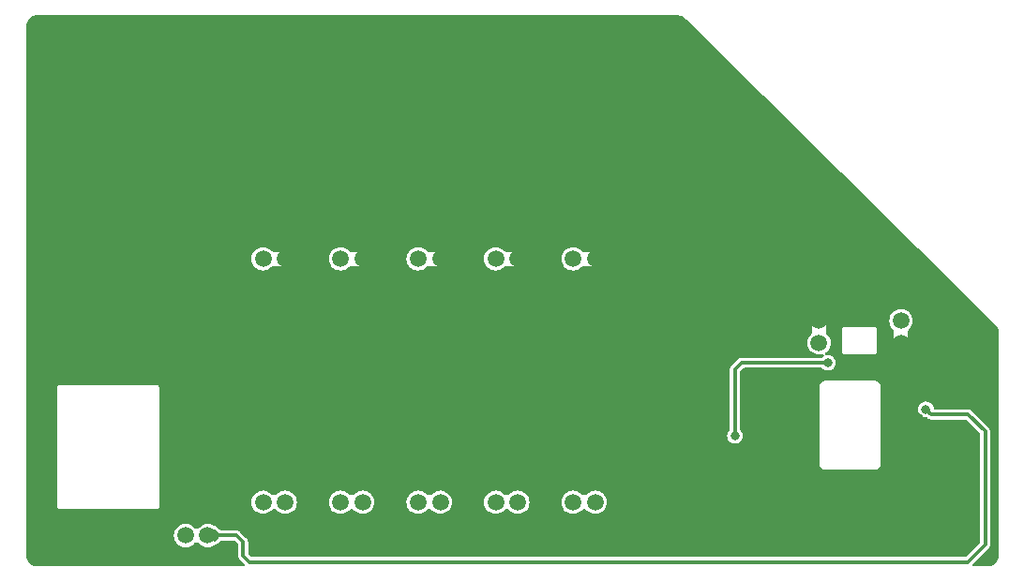
<source format=gbr>
%TF.GenerationSoftware,KiCad,Pcbnew,7.0.1*%
%TF.CreationDate,2023-07-03T20:41:50-04:00*%
%TF.ProjectId,business_card,62757369-6e65-4737-935f-636172642e6b,rev?*%
%TF.SameCoordinates,Original*%
%TF.FileFunction,Copper,L2,Bot*%
%TF.FilePolarity,Positive*%
%FSLAX46Y46*%
G04 Gerber Fmt 4.6, Leading zero omitted, Abs format (unit mm)*
G04 Created by KiCad (PCBNEW 7.0.1) date 2023-07-03 20:41:50*
%MOMM*%
%LPD*%
G01*
G04 APERTURE LIST*
%TA.AperFunction,ComponentPad*%
%ADD10C,1.500000*%
%TD*%
%TA.AperFunction,ViaPad*%
%ADD11C,0.800000*%
%TD*%
%TA.AperFunction,Conductor*%
%ADD12C,0.300000*%
%TD*%
G04 APERTURE END LIST*
D10*
%TO.P,D4,1,K*%
%TO.N,GND*%
X68000000Y-51000000D03*
%TO.P,D4,2,A*%
%TO.N,Net-(D4-A)*%
X66000000Y-51000000D03*
%TD*%
%TO.P,R6,1*%
%TO.N,Net-(BZ1-+)*%
X52000000Y-76000000D03*
%TO.P,R6,2*%
%TO.N,Net-(U1-PB1)*%
X54000000Y-76000000D03*
%TD*%
%TO.P,R4,1*%
%TO.N,Net-(U1-PA1)*%
X68000000Y-73000000D03*
%TO.P,R4,2*%
%TO.N,Net-(D4-A)*%
X66000000Y-73000000D03*
%TD*%
%TO.P,D3,1,K*%
%TO.N,GND*%
X75000000Y-51000000D03*
%TO.P,D3,2,A*%
%TO.N,Net-(D3-A)*%
X73000000Y-51000000D03*
%TD*%
%TO.P,D2,1,K*%
%TO.N,GND*%
X89000000Y-51000000D03*
%TO.P,D2,2,A*%
%TO.N,Net-(D2-A)*%
X87000000Y-51000000D03*
%TD*%
%TO.P,C2,1*%
%TO.N,/3V3_SUPPLY*%
X109200000Y-58600000D03*
%TO.P,C2,2*%
%TO.N,GND*%
X109200000Y-56600000D03*
%TD*%
%TO.P,R3,1*%
%TO.N,Net-(U1-PA2)*%
X75000000Y-73000000D03*
%TO.P,R3,2*%
%TO.N,Net-(D3-A)*%
X73000000Y-73000000D03*
%TD*%
%TO.P,C1,1*%
%TO.N,/5V_USB*%
X116600000Y-56600000D03*
%TO.P,C1,2*%
%TO.N,GND*%
X116600000Y-58600000D03*
%TD*%
%TO.P,D5,1,K*%
%TO.N,GND*%
X61000000Y-51000000D03*
%TO.P,D5,2,A*%
%TO.N,Net-(D5-A)*%
X59000000Y-51000000D03*
%TD*%
%TO.P,R5,1*%
%TO.N,Net-(U1-PA0)*%
X61000000Y-73000000D03*
%TO.P,R5,2*%
%TO.N,Net-(D5-A)*%
X59000000Y-73000000D03*
%TD*%
%TO.P,R2,1*%
%TO.N,Net-(U1-PA4)*%
X89000000Y-73000000D03*
%TO.P,R2,2*%
%TO.N,Net-(D2-A)*%
X87000000Y-73000000D03*
%TD*%
%TO.P,D1,1,K*%
%TO.N,GND*%
X82000000Y-51000000D03*
%TO.P,D1,2,A*%
%TO.N,Net-(D1-A)*%
X80000000Y-51000000D03*
%TD*%
%TO.P,R1,1*%
%TO.N,Net-(U1-PA3)*%
X82000000Y-73000000D03*
%TO.P,R1,2*%
%TO.N,Net-(D1-A)*%
X80000000Y-73000000D03*
%TD*%
D11*
%TO.N,GND*%
X112800000Y-54600000D03*
X96200000Y-30800000D03*
X39000000Y-77200000D03*
X38800000Y-30600000D03*
X116600000Y-60400000D03*
X123400000Y-56400000D03*
X116800000Y-50400000D03*
X121200000Y-75800000D03*
X118188385Y-65414285D03*
X40000000Y-30600000D03*
X124000000Y-57400000D03*
X111000000Y-48200000D03*
X95600000Y-29800000D03*
X116200000Y-49400000D03*
X122800000Y-57400000D03*
X40200000Y-77200000D03*
X120600000Y-76800000D03*
X39400000Y-29600000D03*
X115600000Y-50400000D03*
X95000000Y-30800000D03*
X118000000Y-60400000D03*
X39600000Y-76200000D03*
X121800000Y-76800000D03*
%TO.N,/3V3_SUPPLY*%
X101600000Y-67000000D03*
X110000000Y-60400000D03*
%TO.N,Net-(U1-PB1)*%
X118850500Y-64600000D03*
%TD*%
D12*
%TO.N,/3V3_SUPPLY*%
X101600000Y-61000000D02*
X101600000Y-67000000D01*
X110000000Y-60400000D02*
X102200000Y-60400000D01*
X102200000Y-60400000D02*
X101600000Y-61000000D01*
%TO.N,Net-(U1-PB1)*%
X118850500Y-64600000D02*
X119315500Y-65065000D01*
X54800000Y-76200000D02*
X54600000Y-76400000D01*
X57800000Y-78400000D02*
X57200000Y-77800000D01*
X57200000Y-77800000D02*
X57200000Y-76600000D01*
X122665000Y-65065000D02*
X124200000Y-66600000D01*
X119315500Y-65065000D02*
X122665000Y-65065000D01*
X54800000Y-76000000D02*
X54800000Y-76200000D01*
X124200000Y-66600000D02*
X124200000Y-76800000D01*
X54800000Y-76000000D02*
X54800000Y-75800000D01*
X54800000Y-75800000D02*
X54600000Y-75600000D01*
X56600000Y-76000000D02*
X54800000Y-76000000D01*
X57200000Y-76600000D02*
X56600000Y-76000000D01*
X124200000Y-76800000D02*
X122600000Y-78400000D01*
X54800000Y-76000000D02*
X54150000Y-76000000D01*
X122600000Y-78400000D02*
X57800000Y-78400000D01*
%TD*%
%TA.AperFunction,Conductor*%
%TO.N,GND*%
G36*
X96395909Y-29000586D02*
G01*
X96418772Y-29002817D01*
X96571231Y-29017698D01*
X96594857Y-29022354D01*
X96757753Y-29071299D01*
X96780023Y-29080432D01*
X96930380Y-29159951D01*
X96950477Y-29173226D01*
X97087320Y-29284126D01*
X97096309Y-29292165D01*
X125097735Y-56901963D01*
X125106039Y-56911006D01*
X125220647Y-57048913D01*
X125234381Y-57069234D01*
X125316669Y-57221569D01*
X125326134Y-57244194D01*
X125376831Y-57409746D01*
X125381658Y-57433791D01*
X125399392Y-57612227D01*
X125400000Y-57624490D01*
X125400000Y-77793907D01*
X125399403Y-77806061D01*
X125381982Y-77982934D01*
X125377240Y-78006775D01*
X125327424Y-78170998D01*
X125318121Y-78193456D01*
X125237227Y-78344798D01*
X125223722Y-78365010D01*
X125114854Y-78497666D01*
X125097666Y-78514854D01*
X124965010Y-78623722D01*
X124944798Y-78637227D01*
X124793456Y-78718121D01*
X124770998Y-78727424D01*
X124606775Y-78777240D01*
X124582934Y-78781982D01*
X124406061Y-78799403D01*
X124393907Y-78800000D01*
X123136465Y-78800000D01*
X123080170Y-78786485D01*
X123036147Y-78748885D01*
X123013992Y-78695398D01*
X123018534Y-78637682D01*
X123048784Y-78588319D01*
X123292305Y-78344798D01*
X124495744Y-77141357D01*
X124506093Y-77132109D01*
X124533970Y-77109879D01*
X124566191Y-77062618D01*
X124568859Y-77058859D01*
X124571278Y-77055582D01*
X124602793Y-77012882D01*
X124602794Y-77012877D01*
X124606381Y-77008018D01*
X124608692Y-77003441D01*
X124610470Y-76997675D01*
X124610472Y-76997673D01*
X124627330Y-76943014D01*
X124628775Y-76938626D01*
X124647646Y-76884699D01*
X124647646Y-76884695D01*
X124649637Y-76879006D01*
X124650500Y-76873932D01*
X124650500Y-76810754D01*
X124650587Y-76806116D01*
X124652067Y-76766566D01*
X124652725Y-76748990D01*
X124652724Y-76748989D01*
X124652950Y-76742973D01*
X124650500Y-76724362D01*
X124650500Y-66632262D01*
X124651280Y-66618378D01*
X124655270Y-66582965D01*
X124645640Y-66532069D01*
X124644635Y-66526761D01*
X124643864Y-66522217D01*
X124634450Y-66459752D01*
X124632839Y-66454856D01*
X124603303Y-66398972D01*
X124601212Y-66394830D01*
X124573814Y-66337936D01*
X124570818Y-66333714D01*
X124526152Y-66289048D01*
X124522934Y-66285708D01*
X124479958Y-66239391D01*
X124465070Y-66227966D01*
X123006368Y-64769265D01*
X122997102Y-64758897D01*
X122974879Y-64731030D01*
X122927608Y-64698800D01*
X122923870Y-64696148D01*
X122873035Y-64658629D01*
X122868424Y-64656302D01*
X122808049Y-64637679D01*
X122803644Y-64636230D01*
X122744023Y-64615368D01*
X122738914Y-64614500D01*
X122732902Y-64614500D01*
X122675738Y-64614500D01*
X122671101Y-64614413D01*
X122607970Y-64612050D01*
X122589365Y-64614500D01*
X119667760Y-64614500D01*
X119610134Y-64600297D01*
X119565710Y-64560940D01*
X119544664Y-64505447D01*
X119535640Y-64431128D01*
X119475318Y-64272070D01*
X119378683Y-64132071D01*
X119251352Y-64019266D01*
X119237088Y-64011780D01*
X119100724Y-63940209D01*
X118976265Y-63909533D01*
X118935556Y-63899500D01*
X118765444Y-63899500D01*
X118732784Y-63907549D01*
X118600275Y-63940209D01*
X118449649Y-64019265D01*
X118322315Y-64132072D01*
X118225682Y-64272069D01*
X118165360Y-64431127D01*
X118144854Y-64599999D01*
X118165360Y-64768872D01*
X118225682Y-64927930D01*
X118322315Y-65067927D01*
X118322316Y-65067928D01*
X118322317Y-65067929D01*
X118449648Y-65180734D01*
X118600275Y-65259790D01*
X118765444Y-65300500D01*
X118862535Y-65300500D01*
X118909988Y-65309939D01*
X118950216Y-65336819D01*
X118974130Y-65360733D01*
X118983396Y-65371101D01*
X119005620Y-65398969D01*
X119052864Y-65431180D01*
X119056645Y-65433863D01*
X119107473Y-65471376D01*
X119112064Y-65473694D01*
X119117825Y-65475471D01*
X119117827Y-65475472D01*
X119172483Y-65492330D01*
X119176842Y-65493765D01*
X119230800Y-65512646D01*
X119230803Y-65512646D01*
X119236491Y-65514636D01*
X119241571Y-65515500D01*
X119247598Y-65515500D01*
X119304761Y-65515500D01*
X119309398Y-65515587D01*
X119366510Y-65517724D01*
X119366510Y-65517723D01*
X119372529Y-65517949D01*
X119391135Y-65515500D01*
X122427034Y-65515500D01*
X122474487Y-65524939D01*
X122514715Y-65551819D01*
X123713181Y-66750284D01*
X123740061Y-66790512D01*
X123749500Y-66837965D01*
X123749500Y-76562035D01*
X123740061Y-76609488D01*
X123713181Y-76649716D01*
X122449716Y-77913181D01*
X122409488Y-77940061D01*
X122362035Y-77949500D01*
X58037965Y-77949500D01*
X57990512Y-77940061D01*
X57950284Y-77913181D01*
X57686819Y-77649716D01*
X57659939Y-77609488D01*
X57650500Y-77562035D01*
X57650500Y-76632262D01*
X57651280Y-76618378D01*
X57655270Y-76582966D01*
X57655270Y-76582965D01*
X57644635Y-76526761D01*
X57643864Y-76522220D01*
X57634448Y-76459744D01*
X57632842Y-76454861D01*
X57605936Y-76403956D01*
X57603296Y-76398961D01*
X57601241Y-76394892D01*
X57576425Y-76343358D01*
X57576423Y-76343356D01*
X57573807Y-76337923D01*
X57570827Y-76333723D01*
X57526165Y-76289062D01*
X57522946Y-76285721D01*
X57479958Y-76239391D01*
X57465067Y-76227964D01*
X56941368Y-75704265D01*
X56932102Y-75693897D01*
X56919182Y-75677696D01*
X56909879Y-75666030D01*
X56862608Y-75633800D01*
X56858870Y-75631148D01*
X56808035Y-75593629D01*
X56803424Y-75591302D01*
X56743049Y-75572679D01*
X56738644Y-75571230D01*
X56679023Y-75550368D01*
X56673914Y-75549500D01*
X56667902Y-75549500D01*
X56610738Y-75549500D01*
X56606101Y-75549413D01*
X56542970Y-75547050D01*
X56524365Y-75549500D01*
X55237965Y-75549500D01*
X55190512Y-75540061D01*
X55150284Y-75513181D01*
X55126164Y-75489061D01*
X55122946Y-75485721D01*
X55079958Y-75439391D01*
X55065067Y-75427964D01*
X54894679Y-75257576D01*
X54812882Y-75197207D01*
X54812881Y-75197206D01*
X54684699Y-75152354D01*
X54661847Y-75151498D01*
X54622533Y-75143535D01*
X54587818Y-75123437D01*
X54586449Y-75122314D01*
X54403956Y-75024769D01*
X54403955Y-75024768D01*
X54403954Y-75024768D01*
X54304943Y-74994733D01*
X54205932Y-74964699D01*
X54000000Y-74944417D01*
X53794067Y-74964699D01*
X53596043Y-75024769D01*
X53413551Y-75122314D01*
X53253589Y-75253590D01*
X53203877Y-75314165D01*
X53161041Y-75347595D01*
X53108024Y-75359500D01*
X52891976Y-75359500D01*
X52838959Y-75347595D01*
X52796123Y-75314165D01*
X52746410Y-75253590D01*
X52746409Y-75253589D01*
X52586450Y-75122315D01*
X52403954Y-75024768D01*
X52304943Y-74994733D01*
X52205932Y-74964699D01*
X52000000Y-74944417D01*
X51794067Y-74964699D01*
X51596043Y-75024769D01*
X51413551Y-75122314D01*
X51253589Y-75253589D01*
X51122314Y-75413551D01*
X51024769Y-75596043D01*
X50964699Y-75794067D01*
X50944417Y-76000000D01*
X50964699Y-76205932D01*
X50974849Y-76239391D01*
X51024768Y-76403954D01*
X51122315Y-76586450D01*
X51154199Y-76625301D01*
X51253589Y-76746410D01*
X51326342Y-76806116D01*
X51413550Y-76877685D01*
X51596046Y-76975232D01*
X51794066Y-77035300D01*
X52000000Y-77055583D01*
X52205934Y-77035300D01*
X52403954Y-76975232D01*
X52586450Y-76877685D01*
X52746410Y-76746410D01*
X52804328Y-76675835D01*
X52847165Y-76642405D01*
X52900182Y-76630500D01*
X53099818Y-76630500D01*
X53152835Y-76642405D01*
X53195671Y-76675835D01*
X53253590Y-76746410D01*
X53413550Y-76877685D01*
X53596046Y-76975232D01*
X53794066Y-77035300D01*
X54000000Y-77055583D01*
X54205934Y-77035300D01*
X54403954Y-76975232D01*
X54586450Y-76877685D01*
X54588289Y-76876175D01*
X54596125Y-76872513D01*
X54597223Y-76871927D01*
X54597254Y-76871986D01*
X54643907Y-76850186D01*
X54708496Y-76837965D01*
X54750472Y-76830023D01*
X54870538Y-76766566D01*
X55095748Y-76541353D01*
X55106098Y-76532105D01*
X55133970Y-76509879D01*
X55137535Y-76504649D01*
X55182048Y-76464870D01*
X55239990Y-76450500D01*
X56362034Y-76450500D01*
X56409487Y-76459939D01*
X56449715Y-76486819D01*
X56713181Y-76750284D01*
X56740061Y-76790512D01*
X56749500Y-76837965D01*
X56749500Y-77767738D01*
X56748720Y-77781622D01*
X56744729Y-77817034D01*
X56755356Y-77873194D01*
X56756133Y-77877766D01*
X56765550Y-77940248D01*
X56767163Y-77945148D01*
X56796687Y-78001010D01*
X56798777Y-78005150D01*
X56826184Y-78062060D01*
X56829183Y-78066287D01*
X56873846Y-78110950D01*
X56877063Y-78114289D01*
X56920043Y-78160611D01*
X56934930Y-78172034D01*
X57351216Y-78588319D01*
X57381466Y-78637682D01*
X57386008Y-78695398D01*
X57363853Y-78748885D01*
X57319830Y-78786485D01*
X57263535Y-78800000D01*
X38606093Y-78800000D01*
X38593939Y-78799403D01*
X38417065Y-78781982D01*
X38393224Y-78777240D01*
X38229001Y-78727424D01*
X38206543Y-78718121D01*
X38055201Y-78637227D01*
X38034989Y-78623722D01*
X37902333Y-78514854D01*
X37885145Y-78497666D01*
X37776277Y-78365010D01*
X37762772Y-78344798D01*
X37681878Y-78193456D01*
X37672575Y-78170998D01*
X37622757Y-78006769D01*
X37618018Y-77982941D01*
X37600597Y-77806061D01*
X37600000Y-77793907D01*
X37600000Y-73431755D01*
X40399500Y-73431755D01*
X40419126Y-73492159D01*
X40419127Y-73492160D01*
X40456458Y-73543542D01*
X40507840Y-73580873D01*
X40568244Y-73600500D01*
X40599901Y-73600500D01*
X40600000Y-73600500D01*
X40600500Y-73600500D01*
X49399500Y-73600500D01*
X49400099Y-73600500D01*
X49431755Y-73600500D01*
X49431756Y-73600500D01*
X49492160Y-73580873D01*
X49543542Y-73543542D01*
X49580873Y-73492160D01*
X49600500Y-73431756D01*
X49600500Y-73400000D01*
X49600500Y-73399500D01*
X49600500Y-73000000D01*
X57944417Y-73000000D01*
X57964699Y-73205932D01*
X57964700Y-73205934D01*
X58024768Y-73403954D01*
X58122315Y-73586450D01*
X58173609Y-73648952D01*
X58253589Y-73746410D01*
X58333570Y-73812047D01*
X58413550Y-73877685D01*
X58596046Y-73975232D01*
X58794066Y-74035300D01*
X59000000Y-74055583D01*
X59205934Y-74035300D01*
X59403954Y-73975232D01*
X59586450Y-73877685D01*
X59746410Y-73746410D01*
X59796121Y-73685835D01*
X59838959Y-73652405D01*
X59891976Y-73640500D01*
X60108024Y-73640500D01*
X60161041Y-73652405D01*
X60203878Y-73685835D01*
X60253590Y-73746410D01*
X60413550Y-73877685D01*
X60596046Y-73975232D01*
X60794066Y-74035300D01*
X61000000Y-74055583D01*
X61205934Y-74035300D01*
X61403954Y-73975232D01*
X61586450Y-73877685D01*
X61746410Y-73746410D01*
X61877685Y-73586450D01*
X61975232Y-73403954D01*
X62035300Y-73205934D01*
X62055583Y-73000000D01*
X62055583Y-72999999D01*
X64944417Y-72999999D01*
X64964699Y-73205932D01*
X64964700Y-73205934D01*
X65024768Y-73403954D01*
X65122315Y-73586450D01*
X65173609Y-73648952D01*
X65253589Y-73746410D01*
X65333570Y-73812047D01*
X65413550Y-73877685D01*
X65596046Y-73975232D01*
X65794066Y-74035300D01*
X66000000Y-74055583D01*
X66205934Y-74035300D01*
X66403954Y-73975232D01*
X66586450Y-73877685D01*
X66746410Y-73746410D01*
X66796121Y-73685835D01*
X66838959Y-73652405D01*
X66891976Y-73640500D01*
X67108024Y-73640500D01*
X67161041Y-73652405D01*
X67203878Y-73685835D01*
X67253590Y-73746410D01*
X67413550Y-73877685D01*
X67596046Y-73975232D01*
X67794066Y-74035300D01*
X68000000Y-74055583D01*
X68205934Y-74035300D01*
X68403954Y-73975232D01*
X68586450Y-73877685D01*
X68746410Y-73746410D01*
X68877685Y-73586450D01*
X68975232Y-73403954D01*
X69035300Y-73205934D01*
X69055583Y-73000000D01*
X69055583Y-72999999D01*
X71944417Y-72999999D01*
X71964699Y-73205932D01*
X71964700Y-73205934D01*
X72024768Y-73403954D01*
X72122315Y-73586450D01*
X72173609Y-73648952D01*
X72253589Y-73746410D01*
X72333570Y-73812047D01*
X72413550Y-73877685D01*
X72596046Y-73975232D01*
X72794066Y-74035300D01*
X73000000Y-74055583D01*
X73205934Y-74035300D01*
X73403954Y-73975232D01*
X73586450Y-73877685D01*
X73746410Y-73746410D01*
X73796121Y-73685835D01*
X73838959Y-73652405D01*
X73891976Y-73640500D01*
X74108024Y-73640500D01*
X74161041Y-73652405D01*
X74203878Y-73685835D01*
X74253590Y-73746410D01*
X74413550Y-73877685D01*
X74596046Y-73975232D01*
X74794066Y-74035300D01*
X75000000Y-74055583D01*
X75205934Y-74035300D01*
X75403954Y-73975232D01*
X75586450Y-73877685D01*
X75746410Y-73746410D01*
X75877685Y-73586450D01*
X75975232Y-73403954D01*
X76035300Y-73205934D01*
X76055583Y-73000000D01*
X76055583Y-72999999D01*
X78944417Y-72999999D01*
X78964699Y-73205932D01*
X78964700Y-73205934D01*
X79024768Y-73403954D01*
X79122315Y-73586450D01*
X79173609Y-73648952D01*
X79253589Y-73746410D01*
X79333570Y-73812047D01*
X79413550Y-73877685D01*
X79596046Y-73975232D01*
X79794066Y-74035300D01*
X80000000Y-74055583D01*
X80205934Y-74035300D01*
X80403954Y-73975232D01*
X80586450Y-73877685D01*
X80746410Y-73746410D01*
X80796121Y-73685835D01*
X80838959Y-73652405D01*
X80891976Y-73640500D01*
X81108024Y-73640500D01*
X81161041Y-73652405D01*
X81203878Y-73685835D01*
X81253590Y-73746410D01*
X81413550Y-73877685D01*
X81596046Y-73975232D01*
X81794066Y-74035300D01*
X82000000Y-74055583D01*
X82205934Y-74035300D01*
X82403954Y-73975232D01*
X82586450Y-73877685D01*
X82746410Y-73746410D01*
X82877685Y-73586450D01*
X82975232Y-73403954D01*
X83035300Y-73205934D01*
X83055583Y-73000000D01*
X83055583Y-72999999D01*
X85944417Y-72999999D01*
X85964699Y-73205932D01*
X85964700Y-73205934D01*
X86024768Y-73403954D01*
X86122315Y-73586450D01*
X86173609Y-73648952D01*
X86253589Y-73746410D01*
X86333570Y-73812047D01*
X86413550Y-73877685D01*
X86596046Y-73975232D01*
X86794066Y-74035300D01*
X87000000Y-74055583D01*
X87205934Y-74035300D01*
X87403954Y-73975232D01*
X87586450Y-73877685D01*
X87746410Y-73746410D01*
X87796121Y-73685835D01*
X87838959Y-73652405D01*
X87891976Y-73640500D01*
X88108024Y-73640500D01*
X88161041Y-73652405D01*
X88203878Y-73685835D01*
X88253590Y-73746410D01*
X88413550Y-73877685D01*
X88596046Y-73975232D01*
X88794066Y-74035300D01*
X89000000Y-74055583D01*
X89205934Y-74035300D01*
X89403954Y-73975232D01*
X89586450Y-73877685D01*
X89746410Y-73746410D01*
X89877685Y-73586450D01*
X89975232Y-73403954D01*
X90035300Y-73205934D01*
X90055583Y-73000000D01*
X90035300Y-72794066D01*
X89975232Y-72596046D01*
X89877685Y-72413550D01*
X89804328Y-72324164D01*
X89746410Y-72253589D01*
X89648952Y-72173608D01*
X89586450Y-72122315D01*
X89403954Y-72024768D01*
X89304944Y-71994734D01*
X89205932Y-71964699D01*
X89000000Y-71944417D01*
X88794067Y-71964699D01*
X88596043Y-72024769D01*
X88413551Y-72122314D01*
X88253589Y-72253590D01*
X88195672Y-72324164D01*
X88152835Y-72357595D01*
X88099818Y-72369500D01*
X87900182Y-72369500D01*
X87847165Y-72357595D01*
X87804328Y-72324164D01*
X87746410Y-72253590D01*
X87746409Y-72253589D01*
X87586450Y-72122315D01*
X87403954Y-72024768D01*
X87304944Y-71994734D01*
X87205932Y-71964699D01*
X87000000Y-71944417D01*
X86794067Y-71964699D01*
X86596043Y-72024769D01*
X86413551Y-72122314D01*
X86253589Y-72253589D01*
X86122314Y-72413551D01*
X86024769Y-72596043D01*
X85964699Y-72794067D01*
X85944417Y-72999999D01*
X83055583Y-72999999D01*
X83035300Y-72794066D01*
X82975232Y-72596046D01*
X82877685Y-72413550D01*
X82804328Y-72324164D01*
X82746410Y-72253589D01*
X82648952Y-72173608D01*
X82586450Y-72122315D01*
X82403954Y-72024768D01*
X82304944Y-71994734D01*
X82205932Y-71964699D01*
X82000000Y-71944417D01*
X81794067Y-71964699D01*
X81596043Y-72024769D01*
X81413551Y-72122314D01*
X81253589Y-72253590D01*
X81195672Y-72324164D01*
X81152835Y-72357595D01*
X81099818Y-72369500D01*
X80900182Y-72369500D01*
X80847165Y-72357595D01*
X80804328Y-72324164D01*
X80746410Y-72253590D01*
X80746409Y-72253589D01*
X80586450Y-72122315D01*
X80403954Y-72024768D01*
X80304944Y-71994734D01*
X80205932Y-71964699D01*
X80000000Y-71944417D01*
X79794067Y-71964699D01*
X79596043Y-72024769D01*
X79413551Y-72122314D01*
X79253589Y-72253589D01*
X79122314Y-72413551D01*
X79024769Y-72596043D01*
X78964699Y-72794067D01*
X78944417Y-72999999D01*
X76055583Y-72999999D01*
X76035300Y-72794066D01*
X75975232Y-72596046D01*
X75877685Y-72413550D01*
X75804328Y-72324164D01*
X75746410Y-72253589D01*
X75648952Y-72173608D01*
X75586450Y-72122315D01*
X75403954Y-72024768D01*
X75304944Y-71994734D01*
X75205932Y-71964699D01*
X75000000Y-71944417D01*
X74794067Y-71964699D01*
X74596043Y-72024769D01*
X74413551Y-72122314D01*
X74253589Y-72253590D01*
X74195672Y-72324164D01*
X74152835Y-72357595D01*
X74099818Y-72369500D01*
X73900182Y-72369500D01*
X73847165Y-72357595D01*
X73804328Y-72324164D01*
X73746410Y-72253590D01*
X73746409Y-72253589D01*
X73586450Y-72122315D01*
X73403954Y-72024768D01*
X73304944Y-71994734D01*
X73205932Y-71964699D01*
X73000000Y-71944417D01*
X72794067Y-71964699D01*
X72596043Y-72024769D01*
X72413551Y-72122314D01*
X72253589Y-72253589D01*
X72122314Y-72413551D01*
X72024769Y-72596043D01*
X71964699Y-72794067D01*
X71944417Y-72999999D01*
X69055583Y-72999999D01*
X69035300Y-72794066D01*
X68975232Y-72596046D01*
X68877685Y-72413550D01*
X68804328Y-72324164D01*
X68746410Y-72253589D01*
X68648952Y-72173608D01*
X68586450Y-72122315D01*
X68403954Y-72024768D01*
X68304944Y-71994734D01*
X68205932Y-71964699D01*
X68000000Y-71944417D01*
X67794067Y-71964699D01*
X67596043Y-72024769D01*
X67413551Y-72122314D01*
X67253589Y-72253590D01*
X67195672Y-72324164D01*
X67152835Y-72357595D01*
X67099818Y-72369500D01*
X66900182Y-72369500D01*
X66847165Y-72357595D01*
X66804328Y-72324164D01*
X66746410Y-72253590D01*
X66746409Y-72253589D01*
X66586450Y-72122315D01*
X66403954Y-72024768D01*
X66304944Y-71994734D01*
X66205932Y-71964699D01*
X66000000Y-71944417D01*
X65794067Y-71964699D01*
X65596043Y-72024769D01*
X65413551Y-72122314D01*
X65253589Y-72253589D01*
X65122314Y-72413551D01*
X65024769Y-72596043D01*
X64964699Y-72794067D01*
X64944417Y-72999999D01*
X62055583Y-72999999D01*
X62035300Y-72794066D01*
X61975232Y-72596046D01*
X61877685Y-72413550D01*
X61804328Y-72324164D01*
X61746410Y-72253589D01*
X61648952Y-72173608D01*
X61586450Y-72122315D01*
X61403954Y-72024768D01*
X61304944Y-71994734D01*
X61205932Y-71964699D01*
X61000000Y-71944417D01*
X60794067Y-71964699D01*
X60596043Y-72024769D01*
X60413551Y-72122314D01*
X60253589Y-72253590D01*
X60195672Y-72324164D01*
X60152835Y-72357595D01*
X60099818Y-72369500D01*
X59900182Y-72369500D01*
X59847165Y-72357595D01*
X59804328Y-72324164D01*
X59746410Y-72253590D01*
X59746409Y-72253589D01*
X59586450Y-72122315D01*
X59403954Y-72024768D01*
X59304944Y-71994734D01*
X59205932Y-71964699D01*
X59000000Y-71944417D01*
X58794067Y-71964699D01*
X58596043Y-72024769D01*
X58413551Y-72122314D01*
X58253589Y-72253589D01*
X58122314Y-72413551D01*
X58024769Y-72596043D01*
X57964699Y-72794067D01*
X57944417Y-73000000D01*
X49600500Y-73000000D01*
X49600500Y-69596394D01*
X109249500Y-69596394D01*
X109274596Y-69706350D01*
X109323532Y-69807967D01*
X109358196Y-69851433D01*
X109393854Y-69896146D01*
X109436964Y-69930525D01*
X109482032Y-69966467D01*
X109583649Y-70015403D01*
X109693606Y-70040500D01*
X109693607Y-70040500D01*
X109749901Y-70040500D01*
X109750000Y-70040500D01*
X109750500Y-70040500D01*
X114249500Y-70040500D01*
X114250099Y-70040500D01*
X114306393Y-70040500D01*
X114306394Y-70040500D01*
X114343045Y-70032134D01*
X114416351Y-70015403D01*
X114517661Y-69966614D01*
X114517833Y-69966573D01*
X114517964Y-69966468D01*
X114517967Y-69966467D01*
X114606146Y-69896146D01*
X114606150Y-69896140D01*
X114607879Y-69894762D01*
X114608233Y-69894233D01*
X114614390Y-69885808D01*
X114676467Y-69807967D01*
X114725403Y-69706351D01*
X114750500Y-69596393D01*
X114750500Y-69540000D01*
X114750500Y-69539500D01*
X114750500Y-62539901D01*
X114750500Y-62483607D01*
X114750301Y-62482737D01*
X114725403Y-62373649D01*
X114676467Y-62272032D01*
X114641804Y-62228567D01*
X114606146Y-62183854D01*
X114567023Y-62152654D01*
X114517967Y-62113532D01*
X114416350Y-62064596D01*
X114306394Y-62039500D01*
X114306393Y-62039500D01*
X114250099Y-62039500D01*
X109750500Y-62039500D01*
X109750000Y-62039500D01*
X109693607Y-62039500D01*
X109693606Y-62039500D01*
X109583649Y-62064596D01*
X109482032Y-62113532D01*
X109393854Y-62183854D01*
X109323532Y-62272032D01*
X109274596Y-62373649D01*
X109249500Y-62483606D01*
X109249500Y-69596394D01*
X49600500Y-69596394D01*
X49600500Y-66999999D01*
X100894354Y-66999999D01*
X100914860Y-67168872D01*
X100975182Y-67327930D01*
X101071815Y-67467927D01*
X101071816Y-67467928D01*
X101071817Y-67467929D01*
X101199148Y-67580734D01*
X101349775Y-67659790D01*
X101514944Y-67700500D01*
X101685055Y-67700500D01*
X101685056Y-67700500D01*
X101850225Y-67659790D01*
X102000852Y-67580734D01*
X102128183Y-67467929D01*
X102224818Y-67327930D01*
X102285140Y-67168872D01*
X102305645Y-67000000D01*
X102285140Y-66831128D01*
X102224818Y-66672070D01*
X102128183Y-66532071D01*
X102128182Y-66532069D01*
X102092273Y-66500257D01*
X102061424Y-66458333D01*
X102050500Y-66407442D01*
X102050500Y-61237966D01*
X102059939Y-61190513D01*
X102086819Y-61150285D01*
X102350284Y-60886819D01*
X102390512Y-60859939D01*
X102437965Y-60850500D01*
X109405116Y-60850500D01*
X109449086Y-60858558D01*
X109487342Y-60881684D01*
X109537467Y-60926090D01*
X109599148Y-60980734D01*
X109749775Y-61059790D01*
X109914944Y-61100500D01*
X110085055Y-61100500D01*
X110085056Y-61100500D01*
X110250225Y-61059790D01*
X110400852Y-60980734D01*
X110528183Y-60867929D01*
X110624818Y-60727930D01*
X110685140Y-60568872D01*
X110705645Y-60400000D01*
X110685140Y-60231128D01*
X110624818Y-60072070D01*
X110553245Y-59968379D01*
X110528184Y-59932072D01*
X110409025Y-59826507D01*
X110400852Y-59819266D01*
X110308433Y-59770760D01*
X110250224Y-59740209D01*
X110104855Y-59704380D01*
X110085056Y-59699500D01*
X109914944Y-59699500D01*
X109914943Y-59699500D01*
X109867602Y-59711168D01*
X109808403Y-59711205D01*
X109755933Y-59683792D01*
X109722152Y-59635178D01*
X109714759Y-59576442D01*
X109735438Y-59520973D01*
X109779477Y-59481412D01*
X109786450Y-59477685D01*
X109842416Y-59431755D01*
X111249500Y-59431755D01*
X111269126Y-59492159D01*
X111269127Y-59492160D01*
X111306458Y-59543542D01*
X111357840Y-59580873D01*
X111418244Y-59600500D01*
X111449901Y-59600500D01*
X111450000Y-59600500D01*
X111450500Y-59600500D01*
X114249500Y-59600500D01*
X114250099Y-59600500D01*
X114281755Y-59600500D01*
X114281756Y-59600500D01*
X114342160Y-59580873D01*
X114393542Y-59543542D01*
X114430873Y-59492160D01*
X114450500Y-59431756D01*
X114450500Y-59400000D01*
X114450500Y-59399500D01*
X114450500Y-57399901D01*
X114450500Y-57368244D01*
X114430873Y-57307840D01*
X114393542Y-57256458D01*
X114342160Y-57219127D01*
X114342159Y-57219126D01*
X114301382Y-57205877D01*
X114281756Y-57199500D01*
X114250099Y-57199500D01*
X111450500Y-57199500D01*
X111450000Y-57199500D01*
X111418244Y-57199500D01*
X111403431Y-57204313D01*
X111357840Y-57219126D01*
X111306458Y-57256458D01*
X111269126Y-57307840D01*
X111249500Y-57368245D01*
X111249500Y-59431755D01*
X109842416Y-59431755D01*
X109946410Y-59346410D01*
X110077685Y-59186450D01*
X110175232Y-59003954D01*
X110235300Y-58805934D01*
X110255583Y-58600000D01*
X110235300Y-58394066D01*
X110175232Y-58196046D01*
X110077685Y-58013550D01*
X109946410Y-57853590D01*
X109875835Y-57795671D01*
X109842405Y-57752835D01*
X109830500Y-57699818D01*
X109830500Y-56624760D01*
X109830528Y-56624616D01*
X109830524Y-56624616D01*
X109830539Y-56600002D01*
X109830541Y-56600000D01*
X115544417Y-56600000D01*
X115564699Y-56805932D01*
X115564700Y-56805934D01*
X115624768Y-57003954D01*
X115722315Y-57186450D01*
X115853590Y-57346410D01*
X115919499Y-57400500D01*
X115924164Y-57404328D01*
X115957595Y-57447165D01*
X115969500Y-57500182D01*
X115969500Y-58575240D01*
X115969459Y-58575446D01*
X115969459Y-58600000D01*
X115969500Y-58600099D01*
X115969616Y-58600382D01*
X115969617Y-58600383D01*
X115969618Y-58600384D01*
X115969808Y-58600462D01*
X115970000Y-58600541D01*
X115970002Y-58600539D01*
X115994616Y-58600524D01*
X115994616Y-58600528D01*
X115994760Y-58600500D01*
X117215240Y-58600500D01*
X117215383Y-58600528D01*
X117215384Y-58600524D01*
X117239997Y-58600539D01*
X117240000Y-58600541D01*
X117240383Y-58600383D01*
X117240500Y-58600099D01*
X117240541Y-58600000D01*
X117240541Y-58575446D01*
X117240500Y-58575240D01*
X117240500Y-57491976D01*
X117252405Y-57438959D01*
X117285835Y-57396123D01*
X117319805Y-57368244D01*
X117346410Y-57346410D01*
X117477685Y-57186450D01*
X117575232Y-57003954D01*
X117635300Y-56805934D01*
X117655583Y-56600000D01*
X117635300Y-56394066D01*
X117575232Y-56196046D01*
X117477685Y-56013550D01*
X117412047Y-55933569D01*
X117346410Y-55853589D01*
X117248952Y-55773609D01*
X117186450Y-55722315D01*
X117003954Y-55624768D01*
X116904943Y-55594733D01*
X116805932Y-55564699D01*
X116600000Y-55544417D01*
X116394067Y-55564699D01*
X116196043Y-55624769D01*
X116013551Y-55722314D01*
X115853589Y-55853589D01*
X115722314Y-56013551D01*
X115624769Y-56196043D01*
X115564699Y-56394067D01*
X115544417Y-56600000D01*
X109830541Y-56600000D01*
X109830461Y-56599808D01*
X109830384Y-56599618D01*
X109830380Y-56599614D01*
X109830194Y-56599538D01*
X109830002Y-56599459D01*
X109805446Y-56599459D01*
X109805240Y-56599500D01*
X108584760Y-56599500D01*
X108584554Y-56599459D01*
X108559998Y-56599459D01*
X108559807Y-56599538D01*
X108559619Y-56599615D01*
X108559615Y-56599618D01*
X108559459Y-56599999D01*
X108559476Y-56624616D01*
X108559471Y-56624616D01*
X108559500Y-56624760D01*
X108559500Y-57708024D01*
X108547595Y-57761041D01*
X108514165Y-57803877D01*
X108453590Y-57853589D01*
X108322314Y-58013551D01*
X108224769Y-58196043D01*
X108164699Y-58394067D01*
X108144417Y-58600000D01*
X108164699Y-58805932D01*
X108164700Y-58805934D01*
X108224768Y-59003954D01*
X108322315Y-59186450D01*
X108373609Y-59248952D01*
X108453589Y-59346410D01*
X108518281Y-59399500D01*
X108613550Y-59477685D01*
X108796046Y-59575232D01*
X108994066Y-59635300D01*
X109200000Y-59655583D01*
X109405934Y-59635300D01*
X109472752Y-59615030D01*
X109539150Y-59613476D01*
X109596826Y-59646408D01*
X109629234Y-59704380D01*
X109627077Y-59770760D01*
X109590975Y-59826507D01*
X109487343Y-59918316D01*
X109449087Y-59941442D01*
X109405116Y-59949500D01*
X102232262Y-59949500D01*
X102218378Y-59948720D01*
X102182963Y-59944729D01*
X102126811Y-59955354D01*
X102122241Y-59956131D01*
X102059758Y-59965549D01*
X102054851Y-59967163D01*
X101998985Y-59996690D01*
X101994847Y-59998779D01*
X101937936Y-60026186D01*
X101933712Y-60029183D01*
X101889059Y-60073836D01*
X101885722Y-60077051D01*
X101839392Y-60120039D01*
X101827967Y-60134928D01*
X101304264Y-60658631D01*
X101293898Y-60667895D01*
X101266031Y-60690118D01*
X101233824Y-60737356D01*
X101231144Y-60741132D01*
X101193633Y-60791959D01*
X101191301Y-60796578D01*
X101172674Y-60856966D01*
X101171225Y-60861369D01*
X101150369Y-60920973D01*
X101149500Y-60926090D01*
X101149500Y-60989262D01*
X101149413Y-60993899D01*
X101147050Y-61057029D01*
X101149500Y-61075635D01*
X101149500Y-66407442D01*
X101138576Y-66458333D01*
X101107727Y-66500257D01*
X101071817Y-66532069D01*
X100975182Y-66672069D01*
X100914860Y-66831127D01*
X100894354Y-66999999D01*
X49600500Y-66999999D01*
X49600500Y-62599901D01*
X49600500Y-62568244D01*
X49580873Y-62507840D01*
X49543542Y-62456458D01*
X49492160Y-62419127D01*
X49492159Y-62419126D01*
X49451382Y-62405877D01*
X49431756Y-62399500D01*
X49400099Y-62399500D01*
X40600500Y-62399500D01*
X40600000Y-62399500D01*
X40568244Y-62399500D01*
X40553431Y-62404313D01*
X40507840Y-62419126D01*
X40456458Y-62456458D01*
X40419126Y-62507840D01*
X40399500Y-62568245D01*
X40399500Y-73431755D01*
X37600000Y-73431755D01*
X37600000Y-51000000D01*
X57944417Y-51000000D01*
X57964699Y-51205932D01*
X57964700Y-51205934D01*
X58024768Y-51403954D01*
X58122315Y-51586450D01*
X58166692Y-51640524D01*
X58253589Y-51746410D01*
X58333570Y-51812047D01*
X58413550Y-51877685D01*
X58596046Y-51975232D01*
X58794066Y-52035300D01*
X59000000Y-52055583D01*
X59205934Y-52035300D01*
X59403954Y-51975232D01*
X59586450Y-51877685D01*
X59746410Y-51746410D01*
X59796121Y-51685835D01*
X59838959Y-51652405D01*
X59891976Y-51640500D01*
X60975240Y-51640500D01*
X60975383Y-51640528D01*
X60975384Y-51640524D01*
X60999997Y-51640539D01*
X61000000Y-51640541D01*
X61000383Y-51640383D01*
X61000500Y-51640099D01*
X61000541Y-51640000D01*
X61000541Y-51615446D01*
X61000500Y-51615240D01*
X61000500Y-50999999D01*
X64944417Y-50999999D01*
X64964699Y-51205932D01*
X64964700Y-51205934D01*
X65024768Y-51403954D01*
X65122315Y-51586450D01*
X65166692Y-51640524D01*
X65253589Y-51746410D01*
X65333570Y-51812047D01*
X65413550Y-51877685D01*
X65596046Y-51975232D01*
X65794066Y-52035300D01*
X66000000Y-52055583D01*
X66205934Y-52035300D01*
X66403954Y-51975232D01*
X66586450Y-51877685D01*
X66746410Y-51746410D01*
X66796121Y-51685835D01*
X66838959Y-51652405D01*
X66891976Y-51640500D01*
X67975240Y-51640500D01*
X67975383Y-51640528D01*
X67975384Y-51640524D01*
X67999997Y-51640539D01*
X68000000Y-51640541D01*
X68000383Y-51640383D01*
X68000500Y-51640099D01*
X68000541Y-51640000D01*
X68000541Y-51615446D01*
X68000500Y-51615240D01*
X68000500Y-50999999D01*
X71944417Y-50999999D01*
X71964699Y-51205932D01*
X71964700Y-51205934D01*
X72024768Y-51403954D01*
X72122315Y-51586450D01*
X72166692Y-51640524D01*
X72253589Y-51746410D01*
X72333570Y-51812047D01*
X72413550Y-51877685D01*
X72596046Y-51975232D01*
X72794066Y-52035300D01*
X73000000Y-52055583D01*
X73205934Y-52035300D01*
X73403954Y-51975232D01*
X73586450Y-51877685D01*
X73746410Y-51746410D01*
X73796121Y-51685835D01*
X73838959Y-51652405D01*
X73891976Y-51640500D01*
X74975240Y-51640500D01*
X74975383Y-51640528D01*
X74975384Y-51640524D01*
X74999997Y-51640539D01*
X75000000Y-51640541D01*
X75000383Y-51640383D01*
X75000500Y-51640099D01*
X75000541Y-51640000D01*
X75000541Y-51615446D01*
X75000500Y-51615240D01*
X75000500Y-51000000D01*
X78944417Y-51000000D01*
X78964699Y-51205932D01*
X78964700Y-51205934D01*
X79024768Y-51403954D01*
X79122315Y-51586450D01*
X79166692Y-51640524D01*
X79253589Y-51746410D01*
X79333570Y-51812047D01*
X79413550Y-51877685D01*
X79596046Y-51975232D01*
X79794066Y-52035300D01*
X80000000Y-52055583D01*
X80205934Y-52035300D01*
X80403954Y-51975232D01*
X80586450Y-51877685D01*
X80746410Y-51746410D01*
X80796121Y-51685835D01*
X80838959Y-51652405D01*
X80891976Y-51640500D01*
X81975240Y-51640500D01*
X81975383Y-51640528D01*
X81975384Y-51640524D01*
X81999997Y-51640539D01*
X82000000Y-51640541D01*
X82000383Y-51640383D01*
X82000500Y-51640099D01*
X82000541Y-51640000D01*
X82000541Y-51615446D01*
X82000500Y-51615240D01*
X82000500Y-51000000D01*
X85944417Y-51000000D01*
X85964699Y-51205932D01*
X85964700Y-51205934D01*
X86024768Y-51403954D01*
X86122315Y-51586450D01*
X86166692Y-51640524D01*
X86253589Y-51746410D01*
X86333570Y-51812047D01*
X86413550Y-51877685D01*
X86596046Y-51975232D01*
X86794066Y-52035300D01*
X87000000Y-52055583D01*
X87205934Y-52035300D01*
X87403954Y-51975232D01*
X87586450Y-51877685D01*
X87746410Y-51746410D01*
X87796121Y-51685835D01*
X87838959Y-51652405D01*
X87891976Y-51640500D01*
X88975240Y-51640500D01*
X88975383Y-51640528D01*
X88975384Y-51640524D01*
X88999997Y-51640539D01*
X89000000Y-51640541D01*
X89000383Y-51640383D01*
X89000500Y-51640099D01*
X89000541Y-51640000D01*
X89000541Y-51615446D01*
X89000500Y-51615240D01*
X89000500Y-50394760D01*
X89000528Y-50394616D01*
X89000524Y-50394616D01*
X89000539Y-50370002D01*
X89000541Y-50370000D01*
X89000462Y-50369808D01*
X89000384Y-50369618D01*
X89000380Y-50369614D01*
X89000194Y-50369538D01*
X89000002Y-50369459D01*
X88975446Y-50369459D01*
X88975240Y-50369500D01*
X87900182Y-50369500D01*
X87847165Y-50357595D01*
X87804328Y-50324164D01*
X87746410Y-50253590D01*
X87746409Y-50253589D01*
X87586450Y-50122315D01*
X87403954Y-50024768D01*
X87304944Y-49994734D01*
X87205932Y-49964699D01*
X87000000Y-49944417D01*
X86794067Y-49964699D01*
X86596043Y-50024769D01*
X86413551Y-50122314D01*
X86253589Y-50253589D01*
X86122314Y-50413551D01*
X86024769Y-50596043D01*
X85964699Y-50794067D01*
X85944417Y-51000000D01*
X82000500Y-51000000D01*
X82000500Y-50394760D01*
X82000528Y-50394616D01*
X82000524Y-50394616D01*
X82000539Y-50370002D01*
X82000541Y-50370000D01*
X82000462Y-50369808D01*
X82000384Y-50369618D01*
X82000380Y-50369614D01*
X82000194Y-50369538D01*
X82000002Y-50369459D01*
X81975446Y-50369459D01*
X81975240Y-50369500D01*
X80900182Y-50369500D01*
X80847165Y-50357595D01*
X80804328Y-50324164D01*
X80746410Y-50253590D01*
X80746409Y-50253589D01*
X80586450Y-50122315D01*
X80403954Y-50024768D01*
X80304944Y-49994734D01*
X80205932Y-49964699D01*
X80000000Y-49944417D01*
X79794067Y-49964699D01*
X79596043Y-50024769D01*
X79413551Y-50122314D01*
X79253589Y-50253589D01*
X79122314Y-50413551D01*
X79024769Y-50596043D01*
X78964699Y-50794067D01*
X78944417Y-51000000D01*
X75000500Y-51000000D01*
X75000500Y-50394760D01*
X75000528Y-50394616D01*
X75000524Y-50394616D01*
X75000539Y-50370002D01*
X75000541Y-50370000D01*
X75000462Y-50369808D01*
X75000384Y-50369618D01*
X75000380Y-50369614D01*
X75000194Y-50369538D01*
X75000002Y-50369459D01*
X74975446Y-50369459D01*
X74975240Y-50369500D01*
X73900182Y-50369500D01*
X73847165Y-50357595D01*
X73804328Y-50324164D01*
X73746410Y-50253590D01*
X73746409Y-50253589D01*
X73586450Y-50122315D01*
X73403954Y-50024768D01*
X73304944Y-49994734D01*
X73205932Y-49964699D01*
X73000000Y-49944417D01*
X72794067Y-49964699D01*
X72596043Y-50024769D01*
X72413551Y-50122314D01*
X72253589Y-50253589D01*
X72122314Y-50413551D01*
X72024769Y-50596043D01*
X71964699Y-50794067D01*
X71944417Y-50999999D01*
X68000500Y-50999999D01*
X68000500Y-50394760D01*
X68000528Y-50394616D01*
X68000524Y-50394616D01*
X68000539Y-50370002D01*
X68000541Y-50370000D01*
X68000462Y-50369808D01*
X68000384Y-50369618D01*
X68000380Y-50369614D01*
X68000194Y-50369538D01*
X68000002Y-50369459D01*
X67975446Y-50369459D01*
X67975240Y-50369500D01*
X66900182Y-50369500D01*
X66847165Y-50357595D01*
X66804328Y-50324164D01*
X66746410Y-50253590D01*
X66746409Y-50253589D01*
X66586450Y-50122315D01*
X66403954Y-50024768D01*
X66304944Y-49994734D01*
X66205932Y-49964699D01*
X66000000Y-49944417D01*
X65794067Y-49964699D01*
X65596043Y-50024769D01*
X65413551Y-50122314D01*
X65253589Y-50253589D01*
X65122314Y-50413551D01*
X65024769Y-50596043D01*
X64964699Y-50794067D01*
X64944417Y-50999999D01*
X61000500Y-50999999D01*
X61000500Y-50394760D01*
X61000528Y-50394616D01*
X61000524Y-50394616D01*
X61000539Y-50370002D01*
X61000541Y-50370000D01*
X61000462Y-50369808D01*
X61000384Y-50369618D01*
X61000380Y-50369614D01*
X61000194Y-50369538D01*
X61000002Y-50369459D01*
X60975446Y-50369459D01*
X60975240Y-50369500D01*
X59900182Y-50369500D01*
X59847165Y-50357595D01*
X59804328Y-50324164D01*
X59746410Y-50253590D01*
X59746409Y-50253589D01*
X59586450Y-50122315D01*
X59403954Y-50024768D01*
X59304944Y-49994734D01*
X59205932Y-49964699D01*
X59000000Y-49944417D01*
X58794067Y-49964699D01*
X58596043Y-50024769D01*
X58413551Y-50122314D01*
X58253589Y-50253589D01*
X58122314Y-50413551D01*
X58024769Y-50596043D01*
X57964699Y-50794067D01*
X57944417Y-51000000D01*
X37600000Y-51000000D01*
X37600000Y-30006093D01*
X37600597Y-29993939D01*
X37601290Y-29986895D01*
X37618018Y-29817056D01*
X37622757Y-29793232D01*
X37672577Y-29628994D01*
X37681875Y-29606549D01*
X37762775Y-29455195D01*
X37776272Y-29434995D01*
X37885149Y-29302328D01*
X37902328Y-29285149D01*
X38034995Y-29176272D01*
X38055195Y-29162775D01*
X38206549Y-29081875D01*
X38228994Y-29072577D01*
X38393232Y-29022757D01*
X38417056Y-29018018D01*
X38593938Y-29000597D01*
X38606093Y-29000000D01*
X96383864Y-29000000D01*
X96395909Y-29000586D01*
G37*
%TD.AperFunction*%
%TD*%
M02*

</source>
